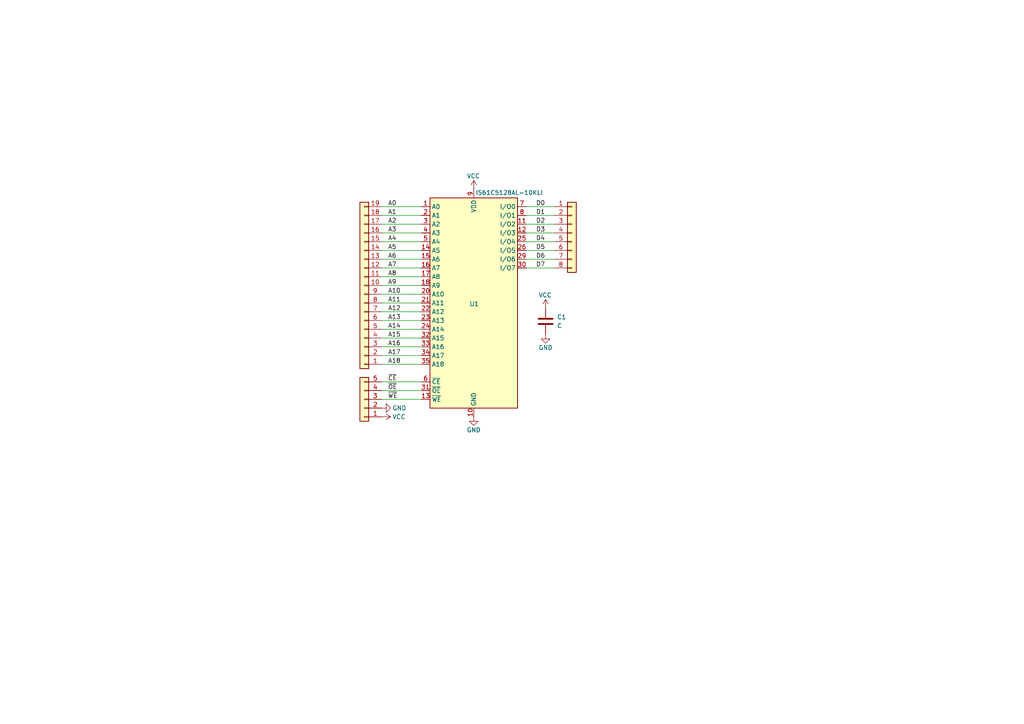
<source format=kicad_sch>
(kicad_sch (version 20211123) (generator eeschema)
  (paper "A4")
  (lib_symbols
    (symbol "Connector_Generic:Conn_01x05" (pin_names (offset 1.016) hide)
      (property "Reference" "J" (at 0 7.62 0))
      (property "Value" "Conn_01x05" (at 0 -7.62 0))
      (symbol "Conn_01x05_1_1"
        (rectangle (start -1.27 -4.953) (end 0 -5.207) (stroke (width 0.1524)))
        (rectangle (start -1.27 -2.413) (end 0 -2.667) (stroke (width 0.1524)))
        (rectangle (start -1.27 0.127) (end 0 -0.127) (stroke (width 0.1524)))
        (rectangle (start -1.27 2.667) (end 0 2.413) (stroke (width 0.1524)))
        (rectangle (start -1.27 5.207) (end 0 4.953) (stroke (width 0.1524)))
        (rectangle (start -1.27 6.35) (end 1.27 -6.35) (stroke (width 0.254)) (fill (type background)))
        (pin passive line (at -5.08 5.08 0) (length 3.81) (name "Pin_1") (number "1"))
        (pin passive line (at -5.08 2.54 0) (length 3.81) (name "Pin_2") (number "2"))
        (pin passive line (at -5.08 0 0) (length 3.81) (name "Pin_3") (number "3"))
        (pin passive line (at -5.08 -2.54 0) (length 3.81) (name "Pin_4") (number "4"))
        (pin passive line (at -5.08 -5.08 0) (length 3.81) (name "Pin_5") (number "5"))
      )
    )
    (symbol "Connector_Generic:Conn_01x08" (pin_names (offset 1.016) hide)
      (property "Reference" "J" (at 0 10.16 0))
      (property "Value" "Conn_01x08" (at 0 -12.7 0))
      (symbol "Conn_01x08_1_1"
        (rectangle (start -1.27 -10.033) (end 0 -10.287) (stroke (width 0.1524)))
        (rectangle (start -1.27 -7.493) (end 0 -7.747) (stroke (width 0.1524)))
        (rectangle (start -1.27 -4.953) (end 0 -5.207) (stroke (width 0.1524)))
        (rectangle (start -1.27 -2.413) (end 0 -2.667) (stroke (width 0.1524)))
        (rectangle (start -1.27 0.127) (end 0 -0.127) (stroke (width 0.1524)))
        (rectangle (start -1.27 2.667) (end 0 2.413) (stroke (width 0.1524)))
        (rectangle (start -1.27 5.207) (end 0 4.953) (stroke (width 0.1524)))
        (rectangle (start -1.27 7.747) (end 0 7.493) (stroke (width 0.1524)))
        (rectangle (start -1.27 8.89) (end 1.27 -11.43) (stroke (width 0.254)) (fill (type background)))
        (pin passive line (at -5.08 7.62 0) (length 3.81) (name "Pin_1") (number "1"))
        (pin passive line (at -5.08 5.08 0) (length 3.81) (name "Pin_2") (number "2"))
        (pin passive line (at -5.08 2.54 0) (length 3.81) (name "Pin_3") (number "3"))
        (pin passive line (at -5.08 0 0) (length 3.81) (name "Pin_4") (number "4"))
        (pin passive line (at -5.08 -2.54 0) (length 3.81) (name "Pin_5") (number "5"))
        (pin passive line (at -5.08 -5.08 0) (length 3.81) (name "Pin_6") (number "6"))
        (pin passive line (at -5.08 -7.62 0) (length 3.81) (name "Pin_7") (number "7"))
        (pin passive line (at -5.08 -10.16 0) (length 3.81) (name "Pin_8") (number "8"))
      )
    )
    (symbol "Connector_Generic:Conn_01x19" (pin_names (offset 1.016) hide)
      (property "Reference" "J" (at 0 25.4 0))
      (property "Value" "Conn_01x19" (at 0 -25.4 0))
      (symbol "Conn_01x19_1_1"
        (rectangle (start -1.27 -22.733) (end 0 -22.987) (stroke (width 0.1524)))
        (rectangle (start -1.27 -20.193) (end 0 -20.447) (stroke (width 0.1524)))
        (rectangle (start -1.27 -17.653) (end 0 -17.907) (stroke (width 0.1524)))
        (rectangle (start -1.27 -15.113) (end 0 -15.367) (stroke (width 0.1524)))
        (rectangle (start -1.27 -12.573) (end 0 -12.827) (stroke (width 0.1524)))
        (rectangle (start -1.27 -10.033) (end 0 -10.287) (stroke (width 0.1524)))
        (rectangle (start -1.27 -7.493) (end 0 -7.747) (stroke (width 0.1524)))
        (rectangle (start -1.27 -4.953) (end 0 -5.207) (stroke (width 0.1524)))
        (rectangle (start -1.27 -2.413) (end 0 -2.667) (stroke (width 0.1524)))
        (rectangle (start -1.27 0.127) (end 0 -0.127) (stroke (width 0.1524)))
        (rectangle (start -1.27 2.667) (end 0 2.413) (stroke (width 0.1524)))
        (rectangle (start -1.27 5.207) (end 0 4.953) (stroke (width 0.1524)))
        (rectangle (start -1.27 7.747) (end 0 7.493) (stroke (width 0.1524)))
        (rectangle (start -1.27 10.287) (end 0 10.033) (stroke (width 0.1524)))
        (rectangle (start -1.27 12.827) (end 0 12.573) (stroke (width 0.1524)))
        (rectangle (start -1.27 15.367) (end 0 15.113) (stroke (width 0.1524)))
        (rectangle (start -1.27 17.907) (end 0 17.653) (stroke (width 0.1524)))
        (rectangle (start -1.27 20.447) (end 0 20.193) (stroke (width 0.1524)))
        (rectangle (start -1.27 22.987) (end 0 22.733) (stroke (width 0.1524)))
        (rectangle (start -1.27 24.13) (end 1.27 -24.13) (stroke (width 0.254)) (fill (type background)))
        (pin passive line (at -5.08 22.86 0) (length 3.81) (name "Pin_1") (number "1"))
        (pin passive line (at -5.08 0 0) (length 3.81) (name "Pin_10") (number "10"))
        (pin passive line (at -5.08 -2.54 0) (length 3.81) (name "Pin_11") (number "11"))
        (pin passive line (at -5.08 -5.08 0) (length 3.81) (name "Pin_12") (number "12"))
        (pin passive line (at -5.08 -7.62 0) (length 3.81) (name "Pin_13") (number "13"))
        (pin passive line (at -5.08 -10.16 0) (length 3.81) (name "Pin_14") (number "14"))
        (pin passive line (at -5.08 -12.7 0) (length 3.81) (name "Pin_15") (number "15"))
        (pin passive line (at -5.08 -15.24 0) (length 3.81) (name "Pin_16") (number "16"))
        (pin passive line (at -5.08 -17.78 0) (length 3.81) (name "Pin_17") (number "17"))
        (pin passive line (at -5.08 -20.32 0) (length 3.81) (name "Pin_18") (number "18"))
        (pin passive line (at -5.08 -22.86 0) (length 3.81) (name "Pin_19") (number "19"))
        (pin passive line (at -5.08 20.32 0) (length 3.81) (name "Pin_2") (number "2"))
        (pin passive line (at -5.08 17.78 0) (length 3.81) (name "Pin_3") (number "3"))
        (pin passive line (at -5.08 15.24 0) (length 3.81) (name "Pin_4") (number "4"))
        (pin passive line (at -5.08 12.7 0) (length 3.81) (name "Pin_5") (number "5"))
        (pin passive line (at -5.08 10.16 0) (length 3.81) (name "Pin_6") (number "6"))
        (pin passive line (at -5.08 7.62 0) (length 3.81) (name "Pin_7") (number "7"))
        (pin passive line (at -5.08 5.08 0) (length 3.81) (name "Pin_8") (number "8"))
        (pin passive line (at -5.08 2.54 0) (length 3.81) (name "Pin_9") (number "9"))
      )
    )
    (symbol "Device:C" (pin_numbers hide) (pin_names (offset 0.254))
      (property "Reference" "C" (at 0.635 2.54 0))
      (property "Value" "C" (at 0.635 -2.54 0))
      (symbol "C_0_1"
        (polyline (pts (xy -2.032 -0.762) (xy 2.032 -0.762)) (stroke (width 0.508)))
        (polyline (pts (xy -2.032 0.762) (xy 2.032 0.762)) (stroke (width 0.508)))
      )
      (symbol "C_1_1"
        (pin passive line (at 0 3.81 270) (length 2.794) (name "~") (number "1"))
        (pin passive line (at 0 -3.81 90) (length 2.794) (name "~") (number "2"))
      )
    )
    (symbol "Memory_RAM:IS61C5128AL-10KLI"
      (property "Reference" "U" (at -10.16 31.75 0))
      (property "Value" "IS61C5128AL-10KLI" (at 12.7 31.75 0))
      (symbol "IS61C5128AL-10KLI_0_1"
        (rectangle (start -12.7 30.48) (end 12.7 -30.48) (stroke (width 0.254)) (fill (type background)))
      )
      (symbol "IS61C5128AL-10KLI_1_1"
        (pin input line (at -15.24 27.94 0) (length 2.54) (name "A0") (number "1"))
        (pin power_in line (at 0 -33.02 90) (length 2.54) (name "GND") (number "10"))
        (pin bidirectional line (at 15.24 22.86 180) (length 2.54) (name "I/O2") (number "11"))
        (pin bidirectional line (at 15.24 20.32 180) (length 2.54) (name "I/O3") (number "12"))
        (pin input line (at -15.24 -27.94 0) (length 2.54) (name "~{WE}") (number "13"))
        (pin input line (at -15.24 15.24 0) (length 2.54) (name "A5") (number "14"))
        (pin input line (at -15.24 12.7 0) (length 2.54) (name "A6") (number "15"))
        (pin input line (at -15.24 10.16 0) (length 2.54) (name "A7") (number "16"))
        (pin input line (at -15.24 7.62 0) (length 2.54) (name "A8") (number "17"))
        (pin input line (at -15.24 5.08 0) (length 2.54) (name "A9") (number "18"))
        (pin no_connect line (at 12.7 -27.94 180) (length 2.54) hide (name "NC") (number "19"))
        (pin input line (at -15.24 25.4 0) (length 2.54) (name "A1") (number "2"))
        (pin input line (at -15.24 2.54 0) (length 2.54) (name "A10") (number "20"))
        (pin input line (at -15.24 0 0) (length 2.54) (name "A11") (number "21"))
        (pin input line (at -15.24 -2.54 0) (length 2.54) (name "A12") (number "22"))
        (pin input line (at -15.24 -5.08 0) (length 2.54) (name "A13") (number "23"))
        (pin input line (at -15.24 -7.62 0) (length 2.54) (name "A14") (number "24"))
        (pin bidirectional line (at 15.24 17.78 180) (length 2.54) (name "I/O4") (number "25"))
        (pin bidirectional line (at 15.24 15.24 180) (length 2.54) (name "I/O5") (number "26"))
        (pin passive line (at 0 33.02 270) (length 2.54) hide (name "VDD") (number "27"))
        (pin passive line (at 0 -33.02 90) (length 2.54) hide (name "GND") (number "28"))
        (pin bidirectional line (at 15.24 12.7 180) (length 2.54) (name "I/O6") (number "29"))
        (pin input line (at -15.24 22.86 0) (length 2.54) (name "A2") (number "3"))
        (pin bidirectional line (at 15.24 10.16 180) (length 2.54) (name "I/O7") (number "30"))
        (pin input line (at -15.24 -25.4 0) (length 2.54) (name "~{OE}") (number "31"))
        (pin input line (at -15.24 -10.16 0) (length 2.54) (name "A15") (number "32"))
        (pin input line (at -15.24 -12.7 0) (length 2.54) (name "A16") (number "33"))
        (pin input line (at -15.24 -15.24 0) (length 2.54) (name "A17") (number "34"))
        (pin input line (at -15.24 -17.78 0) (length 2.54) (name "A18") (number "35"))
        (pin no_connect line (at 12.7 -25.4 180) (length 2.54) hide (name "NC") (number "36"))
        (pin input line (at -15.24 20.32 0) (length 2.54) (name "A3") (number "4"))
        (pin input line (at -15.24 17.78 0) (length 2.54) (name "A4") (number "5"))
        (pin input line (at -15.24 -22.86 0) (length 2.54) (name "~{CE}") (number "6"))
        (pin bidirectional line (at 15.24 27.94 180) (length 2.54) (name "I/O0") (number "7"))
        (pin bidirectional line (at 15.24 25.4 180) (length 2.54) (name "I/O1") (number "8"))
        (pin power_in line (at 0 33.02 270) (length 2.54) (name "VDD") (number "9"))
      )
    )
    (symbol "power:GND" (power) (pin_names (offset 0))
      (property "Value" "GND" (at 0 -3.81 0))
      (symbol "GND_0_1"
        (polyline (pts (xy 0 0) (xy 0 -1.27) (xy 1.27 -1.27) (xy 0 -2.54) (xy -1.27 -1.27) (xy 0 -1.27)))
      )
      (symbol "GND_1_1"
        (pin power_in line (at 0 0 270) (length 0) hide (name "GND") (number "1"))
      )
    )
    (symbol "power:VCC" (power) (pin_names (offset 0))
      (property "Value" "VCC" (at 0 3.81 0))
      (symbol "VCC_0_1"
        (polyline (pts (xy -0.762 1.27) (xy 0 2.54)))
        (polyline (pts (xy 0 0) (xy 0 2.54)))
        (polyline (pts (xy 0 2.54) (xy 0.762 1.27)))
      )
      (symbol "VCC_1_1"
        (pin power_in line (at 0 0 90) (length 0) hide (name "VCC") (number "1"))
      )
    )
  )
  (wire (pts (xy 110.744 90.424) (xy 122.174 90.424)))
  (wire (pts (xy 110.744 70.104) (xy 122.174 70.104)))
  (wire (pts (xy 110.744 82.804) (xy 122.174 82.804)))
  (wire (pts (xy 160.782 77.724) (xy 152.654 77.724)))
  (wire (pts (xy 110.744 80.264) (xy 122.174 80.264)))
  (wire (pts (xy 110.744 75.184) (xy 122.174 75.184)))
  (wire (pts (xy 110.744 105.664) (xy 122.174 105.664)))
  (wire (pts (xy 160.782 75.184) (xy 152.654 75.184)))
  (wire (pts (xy 110.744 67.564) (xy 122.174 67.564)))
  (wire (pts (xy 110.744 85.344) (xy 122.174 85.344)))
  (wire (pts (xy 110.744 77.724) (xy 122.174 77.724)))
  (wire (pts (xy 160.782 67.564) (xy 152.654 67.564)))
  (wire (pts (xy 160.782 65.024) (xy 152.654 65.024)))
  (wire (pts (xy 110.744 62.484) (xy 122.174 62.484)))
  (wire (pts (xy 110.744 87.884) (xy 122.174 87.884)))
  (wire (pts (xy 110.744 115.824) (xy 122.174 115.824)))
  (wire (pts (xy 160.782 59.944) (xy 152.654 59.944)))
  (wire (pts (xy 110.744 110.744) (xy 122.174 110.744)))
  (wire (pts (xy 110.744 100.584) (xy 122.174 100.584)))
  (wire (pts (xy 160.782 72.644) (xy 152.654 72.644)))
  (wire (pts (xy 110.744 59.944) (xy 122.174 59.944)))
  (wire (pts (xy 110.744 113.284) (xy 122.174 113.284)))
  (wire (pts (xy 110.744 98.044) (xy 122.174 98.044)))
  (wire (pts (xy 110.744 103.124) (xy 122.174 103.124)))
  (wire (pts (xy 110.744 95.504) (xy 122.174 95.504)))
  (wire (pts (xy 160.782 70.104) (xy 152.654 70.104)))
  (wire (pts (xy 110.744 92.964) (xy 122.174 92.964)))
  (wire (pts (xy 160.782 62.484) (xy 152.654 62.484)))
  (wire (pts (xy 110.744 65.024) (xy 122.174 65.024)))
  (wire (pts (xy 110.744 72.644) (xy 122.174 72.644)))
  (label "D7" (at 155.448 77.724 0))
  (label "~{CE}" (at 112.522 110.744 0))
  (label "A4" (at 112.522 70.104 0))
  (label "D0" (at 155.448 59.944 0))
  (label "A18" (at 112.522 105.664 0))
  (label "A2" (at 112.522 65.024 0))
  (label "~{OE}" (at 112.522 113.284 0))
  (label "A5" (at 112.522 72.644 0))
  (label "D5" (at 155.448 72.644 0))
  (label "A16" (at 112.522 100.584 0))
  (label "A3" (at 112.522 67.564 0))
  (label "A12" (at 112.522 90.424 0))
  (label "A6" (at 112.522 75.184 0))
  (label "D6" (at 155.448 75.184 0))
  (label "A8" (at 112.522 80.264 0))
  (label "A14" (at 112.522 95.504 0))
  (label "A9" (at 112.522 82.804 0))
  (label "D2" (at 155.448 65.024 0))
  (label "A1" (at 112.522 62.484 0))
  (label "D1" (at 155.448 62.484 0))
  (label "A11" (at 112.522 87.884 0))
  (label "D4" (at 155.448 70.104 0))
  (label "A15" (at 112.522 98.044 0))
  (label "D3" (at 155.448 67.564 0))
  (label "A7" (at 112.522 77.724 0))
  (label "A13" (at 112.522 92.964 0))
  (label "A17" (at 112.522 103.124 0))
  (label "A10" (at 112.522 85.344 0))
  (label "A0" (at 112.522 59.944 0))
  (label "~{WE}" (at 112.522 115.824 0))
  (symbol (lib_id "power:VCC") (at 110.744 120.904 270) (unit 1)
    (property "Reference" "#PWR02" (effects hide))
    (property "Value" "VCC" (at 113.792 120.904 90) (effects (justify left)))
  )
  (symbol (lib_id "Connector_Generic:Conn_01x08") (at 165.862 67.564 0) (unit 1)
    (property "Reference" "J3" (effects hide))
    (property "Value" "Conn_01x08" (effects hide))
    (property "Footprint" "Connector_PinHeader_2.54mm:PinHeader_1x08_P2.54mm_Vertical" (effects hide))
  )
  (symbol (lib_id "power:VCC") (at 137.414 54.864 0) (unit 1)
    (property "Reference" "#PWR03" (effects hide))
    (property "Value" "VCC" (at 135.382 51.054 0) (effects (justify left)))
  )
  (symbol (lib_id "Device:C") (at 158.242 93.218 0) (unit 1)
    (property "Reference" "C1" (at 161.544 91.9479 0) (effects (justify left)))
    (property "Value" "C" (at 161.544 94.4879 0) (effects (justify left)))
    (property "Footprint" "Capacitor_SMD:C_0805_2012Metric" (effects hide))
  )
  (symbol (lib_id "Connector_Generic:Conn_01x05") (at 105.664 115.824 180) (unit 1)
    (property "Reference" "J2" (effects hide))
    (property "Value" "Conn_01x05" (effects hide))
    (property "Footprint" "Connector_PinHeader_2.54mm:PinHeader_1x05_P2.54mm_Vertical" (effects hide))
  )
  (symbol (lib_id "power:GND") (at 137.414 120.904 0) (unit 1)
    (property "Reference" "#PWR04" (effects hide))
    (property "Value" "GND" (at 139.446 124.714 0) (effects (justify right)))
  )
  (symbol (lib_id "power:VCC") (at 158.242 89.408 0) (unit 1)
    (property "Reference" "#PWR05" (effects hide))
    (property "Value" "VCC" (at 156.21 85.598 0) (effects (justify left)))
  )
  (symbol (lib_id "power:GND") (at 110.744 118.364 90) (unit 1)
    (property "Reference" "#PWR01" (effects hide))
    (property "Value" "GND" (at 113.792 118.364 90) (effects (justify right)))
  )
  (symbol (lib_id "power:GND") (at 158.242 97.028 0) (unit 1)
    (property "Reference" "#PWR06" (effects hide))
    (property "Value" "GND" (at 160.274 100.838 0) (effects (justify right)))
  )
  (symbol (lib_id "Memory_RAM:IS61C5128AL-10KLI") (at 137.414 87.884 0) (unit 1)
    (property "Reference" "U1" (at 136.144 88.138 0) (effects (justify left)))
    (property "Value" "IS61C5128AL-10KLI" (at 137.922 55.88 0) (effects (justify left)))
    (property "Footprint" "Package_SO:SOJ-36_10.16x23.49mm_P1.27mm" (effects hide))
    (property "Datasheet" "http://www.issi.com/WW/pdf/61-64C5128AL.pdf" (effects hide))
  )
  (symbol (lib_id "Connector_Generic:Conn_01x19") (at 105.664 82.804 180) (unit 1)
    (property "Reference" "J1" (effects hide))
    (property "Value" "Conn_01x19" (effects hide))
    (property "Footprint" "Connector_PinHeader_2.54mm:PinHeader_1x19_P2.54mm_Vertical" (effects hide))
  )
)
</source>
